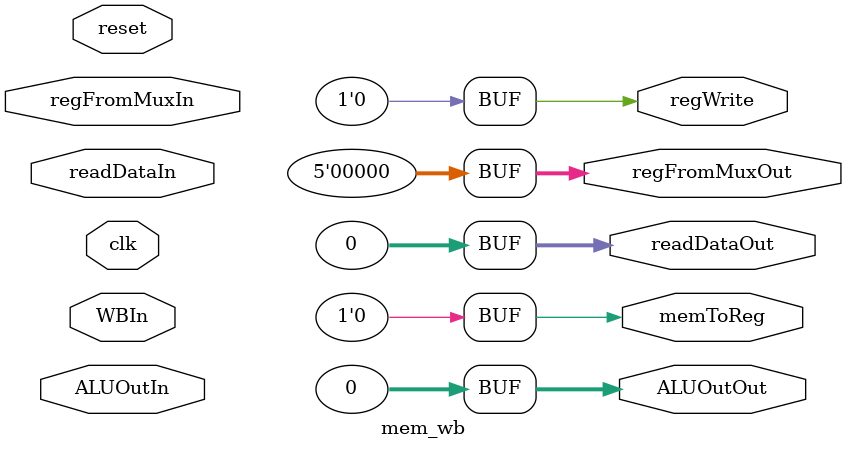
<source format=v>

module mem_wb (clk, reset, readDataIn, ALUOutIn, regFromMuxIn, WBIn,
    readDataOut, ALUOutOut, regFromMuxOut, regWrite, memToReg);

    // Input wires;
    input clk, reset;
    input [31:0] readDataIn, ALUOutIn;
    input [4:0] regFromMuxIn;
    input [1:0] WBIn;

    // Output regs;
    output reg [31:0] readDataOut, ALUOutOut;
    output reg [4:0] regFromMuxOut;
    output reg regWrite, memToReg;

    // Clearing module registers;
    always @(reset) begin
        readDataOut <= 32'b0;
        ALUOutOut <= 32'b0;
        regFromMuxOut <= 5'b0;
        regWrite <= 1'b0;
        memToReg <= 1'b0;
    end

    // Copying data from the entries to the module's output registers when negedge is happening;
    always @(negedge clk) begin
        readDataOut <= readDataIn;
        ALUOutOut <= ALUOutIn;
        regFromMuxOut <= regFromMuxIn;
        regWrite <= WBIn[1];
        memToReg <= WBIn[0];
    end
endmodule

</source>
